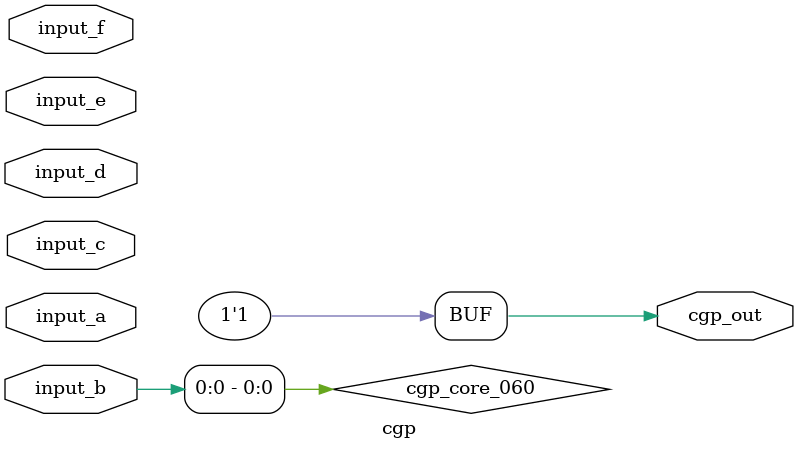
<source format=v>
module cgp(input [1:0] input_a, input [1:0] input_b, input [1:0] input_c, input [1:0] input_d, input [1:0] input_e, input [1:0] input_f, output [0:0] cgp_out);
  wire cgp_core_014;
  wire cgp_core_015;
  wire cgp_core_016;
  wire cgp_core_017;
  wire cgp_core_018;
  wire cgp_core_019;
  wire cgp_core_020;
  wire cgp_core_021;
  wire cgp_core_023;
  wire cgp_core_024;
  wire cgp_core_026;
  wire cgp_core_028;
  wire cgp_core_029;
  wire cgp_core_037;
  wire cgp_core_038;
  wire cgp_core_041_not;
  wire cgp_core_042;
  wire cgp_core_043;
  wire cgp_core_044;
  wire cgp_core_045;
  wire cgp_core_046;
  wire cgp_core_047;
  wire cgp_core_051;
  wire cgp_core_054;
  wire cgp_core_055;
  wire cgp_core_056;
  wire cgp_core_057;
  wire cgp_core_060;
  wire cgp_core_061;
  wire cgp_core_063;
  wire cgp_core_064;
  wire cgp_core_068;

  assign cgp_core_014 = input_a[0] ^ input_c[0];
  assign cgp_core_015 = input_a[0] & input_c[0];
  assign cgp_core_016 = input_b[0] ^ input_c[1];
  assign cgp_core_017 = input_b[1] & input_c[0];
  assign cgp_core_018 = cgp_core_016 ^ input_f[1];
  assign cgp_core_019 = ~cgp_core_016;
  assign cgp_core_020 = cgp_core_017 | cgp_core_019;
  assign cgp_core_021 = input_e[0] ^ input_f[0];
  assign cgp_core_023 = input_e[1] | input_f[1];
  assign cgp_core_024 = ~input_e[1];
  assign cgp_core_026 = cgp_core_023 & input_f[0];
  assign cgp_core_028 = ~input_b[1];
  assign cgp_core_029 = ~input_d[0];
  assign cgp_core_037 = cgp_core_014 ^ cgp_core_028;
  assign cgp_core_038 = cgp_core_014 & cgp_core_028;
  assign cgp_core_041_not = ~input_b[0];
  assign cgp_core_042 = input_d[1] & input_e[1];
  assign cgp_core_043 = cgp_core_018 | cgp_core_042;
  assign cgp_core_044 = cgp_core_020 ^ input_e[0];
  assign cgp_core_045 = ~input_d[1];
  assign cgp_core_046 = cgp_core_044 ^ cgp_core_043;
  assign cgp_core_047 = cgp_core_044 | cgp_core_043;
  assign cgp_core_051 = ~input_a[1];
  assign cgp_core_054 = input_d[0] & cgp_core_051;
  assign cgp_core_055 = cgp_core_046 & cgp_core_054;
  assign cgp_core_056 = ~cgp_core_046;
  assign cgp_core_057 = cgp_core_056 & cgp_core_054;
  assign cgp_core_060 = ~cgp_core_041_not;
  assign cgp_core_061 = ~(cgp_core_041_not ^ input_b[1]);
  assign cgp_core_063 = ~input_b[0];
  assign cgp_core_064 = input_d[0] & cgp_core_063;
  assign cgp_core_068 = cgp_core_060 | cgp_core_055;

  assign cgp_out[0] = 1'b1;
endmodule
</source>
